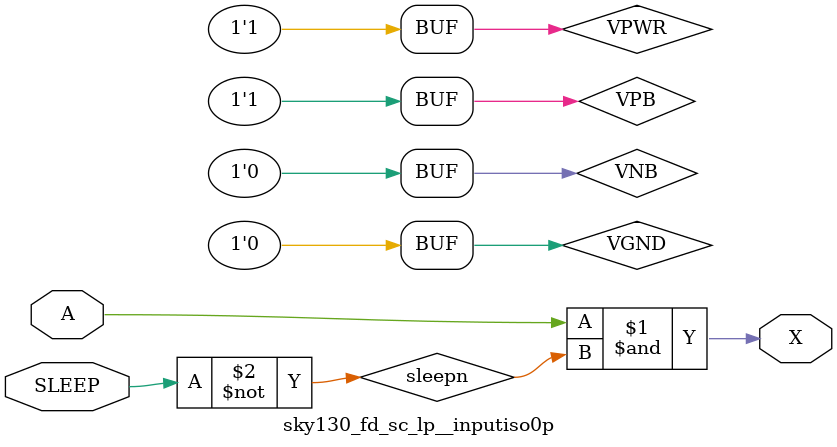
<source format=v>
/*
 * Copyright 2020 The SkyWater PDK Authors
 *
 * Licensed under the Apache License, Version 2.0 (the "License");
 * you may not use this file except in compliance with the License.
 * You may obtain a copy of the License at
 *
 *     https://www.apache.org/licenses/LICENSE-2.0
 *
 * Unless required by applicable law or agreed to in writing, software
 * distributed under the License is distributed on an "AS IS" BASIS,
 * WITHOUT WARRANTIES OR CONDITIONS OF ANY KIND, either express or implied.
 * See the License for the specific language governing permissions and
 * limitations under the License.
 *
 * SPDX-License-Identifier: Apache-2.0
*/


`ifndef SKY130_FD_SC_LP__INPUTISO0P_TIMING_V
`define SKY130_FD_SC_LP__INPUTISO0P_TIMING_V

/**
 * inputiso0p: Input isolator with non-inverted enable.
 *
 *             X = (A & !SLEEP_B)
 *
 * Verilog simulation timing model.
 */

`timescale 1ns / 1ps
`default_nettype none

`celldefine
module sky130_fd_sc_lp__inputiso0p (
    X    ,
    A    ,
    SLEEP
);

    // Module ports
    output X    ;
    input  A    ;
    input  SLEEP;

    // Module supplies
    supply1 VPWR;
    supply0 VGND;
    supply1 VPB ;
    supply0 VNB ;

    // Local signals
    wire sleepn;

    //  Name  Output  Other arguments
    not not0 (sleepn, SLEEP          );
    and and0 (X     , A, sleepn      );

endmodule
`endcelldefine

`default_nettype wire
`endif  // SKY130_FD_SC_LP__INPUTISO0P_TIMING_V

</source>
